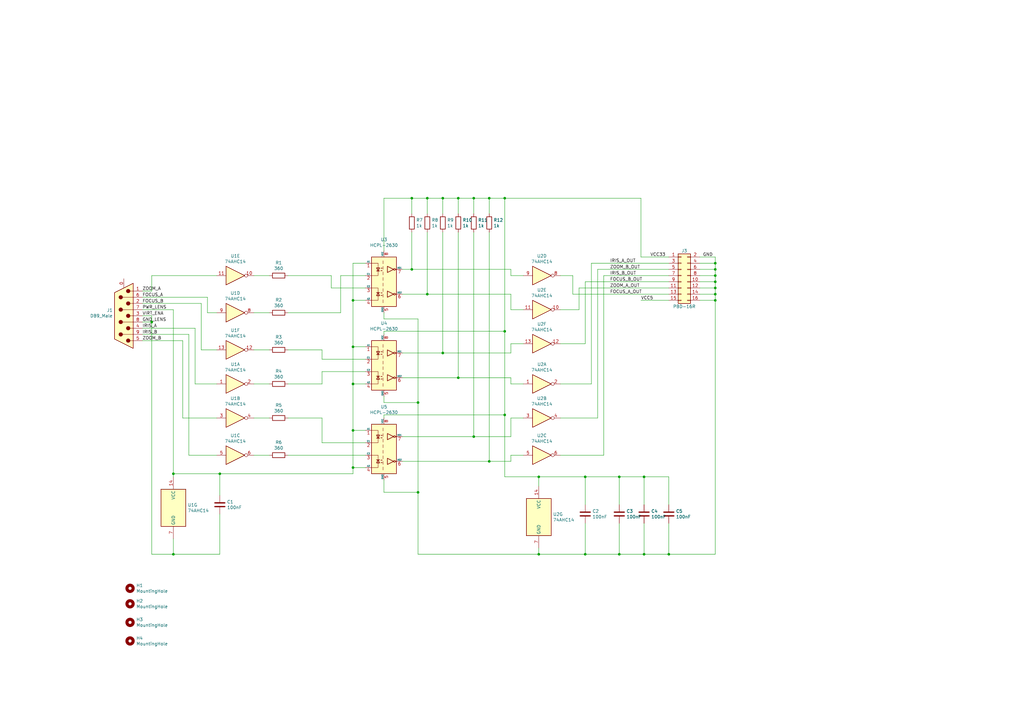
<source format=kicad_sch>
(kicad_sch (version 20211123) (generator eeschema)
  (paper "A3")
  (title_block (title "EZ-USB development board opto isolated motherboard"))
  (lib_symbols
    (symbol "74xx:74AHC04"
      (property "Reference" "U" (at 0 1.27 0))
      (property "Value" "74AHC04" (at 0 -1.27 0))
      (symbol "74AHC04_1_0"
        (polyline (pts (xy -3.81 3.81) (xy -3.81 -3.81) (xy 3.81 0) (xy -3.81 3.81)) (stroke (width 0.254)) (fill (type background)))
        (pin input line (at -7.62 0 0) (length 3.81) (name "~") (number "1"))
        (pin output inverted (at 7.62 0 180) (length 3.81) (name "~") (number "2"))
      )
      (symbol "74AHC04_2_0"
        (polyline (pts (xy -3.81 3.81) (xy -3.81 -3.81) (xy 3.81 0) (xy -3.81 3.81)) (stroke (width 0.254)) (fill (type background)))
        (pin input line (at -7.62 0 0) (length 3.81) (name "~") (number "3"))
        (pin output inverted (at 7.62 0 180) (length 3.81) (name "~") (number "4"))
      )
      (symbol "74AHC04_3_0"
        (polyline (pts (xy -3.81 3.81) (xy -3.81 -3.81) (xy 3.81 0) (xy -3.81 3.81)) (stroke (width 0.254)) (fill (type background)))
        (pin input line (at -7.62 0 0) (length 3.81) (name "~") (number "5"))
        (pin output inverted (at 7.62 0 180) (length 3.81) (name "~") (number "6"))
      )
      (symbol "74AHC04_4_0"
        (polyline (pts (xy -3.81 3.81) (xy -3.81 -3.81) (xy 3.81 0) (xy -3.81 3.81)) (stroke (width 0.254)) (fill (type background)))
        (pin output inverted (at 7.62 0 180) (length 3.81) (name "~") (number "8"))
        (pin input line (at -7.62 0 0) (length 3.81) (name "~") (number "9"))
      )
      (symbol "74AHC04_5_0"
        (polyline (pts (xy -3.81 3.81) (xy -3.81 -3.81) (xy 3.81 0) (xy -3.81 3.81)) (stroke (width 0.254)) (fill (type background)))
        (pin output inverted (at 7.62 0 180) (length 3.81) (name "~") (number "10"))
        (pin input line (at -7.62 0 0) (length 3.81) (name "~") (number "11"))
      )
      (symbol "74AHC04_6_0"
        (polyline (pts (xy -3.81 3.81) (xy -3.81 -3.81) (xy 3.81 0) (xy -3.81 3.81)) (stroke (width 0.254)) (fill (type background)))
        (pin output inverted (at 7.62 0 180) (length 3.81) (name "~") (number "12"))
        (pin input line (at -7.62 0 0) (length 3.81) (name "~") (number "13"))
      )
      (symbol "74AHC04_7_0"
        (pin power_in line (at 0 12.7 270) (length 5.08) (name "VCC") (number "14"))
        (pin power_in line (at 0 -12.7 90) (length 5.08) (name "GND") (number "7"))
      )
      (symbol "74AHC04_7_1"
        (rectangle (start -5.08 7.62) (end 5.08 -7.62) (stroke (width 0.254)) (fill (type background)))
      )
    )
    (symbol "Connector:DB9_Male_MountingHoles" (pin_names (offset 1.016) hide)
      (property "Reference" "J" (at 0 16.51 0))
      (property "Value" "DB9_Male_MountingHoles" (at 0 14.605 0))
      (symbol "DB9_Male_MountingHoles_0_1"
        (circle (center -1.778 -10.16) (radius 0.762) (fill (type outline)))
        (circle (center -1.778 -5.08) (radius 0.762) (fill (type outline)))
        (circle (center -1.778 0) (radius 0.762) (fill (type outline)))
        (circle (center -1.778 5.08) (radius 0.762) (fill (type outline)))
        (circle (center -1.778 10.16) (radius 0.762) (fill (type outline)))
        (polyline (pts (xy -3.81 -10.16) (xy -2.54 -10.16)))
        (polyline (pts (xy -3.81 -7.62) (xy 0.508 -7.62)))
        (polyline (pts (xy -3.81 -5.08) (xy -2.54 -5.08)))
        (polyline (pts (xy -3.81 -2.54) (xy 0.508 -2.54)))
        (polyline (pts (xy -3.81 0) (xy -2.54 0)))
        (polyline (pts (xy -3.81 2.54) (xy 0.508 2.54)))
        (polyline (pts (xy -3.81 5.08) (xy -2.54 5.08)))
        (polyline (pts (xy -3.81 7.62) (xy 0.508 7.62)))
        (polyline (pts (xy -3.81 10.16) (xy -2.54 10.16)))
        (polyline (pts (xy -3.81 -13.335) (xy -3.81 13.335) (xy 3.81 9.525) (xy 3.81 -9.525) (xy -3.81 -13.335)) (stroke (width 0.254)) (fill (type background)))
        (circle (center 1.27 -7.62) (radius 0.762) (fill (type outline)))
        (circle (center 1.27 -2.54) (radius 0.762) (fill (type outline)))
        (circle (center 1.27 2.54) (radius 0.762) (fill (type outline)))
        (circle (center 1.27 7.62) (radius 0.762) (fill (type outline)))
      )
      (symbol "DB9_Male_MountingHoles_1_1"
        (pin passive line (at 0 -15.24 90) (length 3.81) (name "PAD") (number "0"))
        (pin passive line (at -7.62 -10.16 0) (length 3.81) (name "1") (number "1"))
        (pin passive line (at -7.62 -5.08 0) (length 3.81) (name "2") (number "2"))
        (pin passive line (at -7.62 0 0) (length 3.81) (name "3") (number "3"))
        (pin passive line (at -7.62 5.08 0) (length 3.81) (name "4") (number "4"))
        (pin passive line (at -7.62 10.16 0) (length 3.81) (name "5") (number "5"))
        (pin passive line (at -7.62 -7.62 0) (length 3.81) (name "6") (number "6"))
        (pin passive line (at -7.62 -2.54 0) (length 3.81) (name "7") (number "7"))
        (pin passive line (at -7.62 2.54 0) (length 3.81) (name "8") (number "8"))
        (pin passive line (at -7.62 7.62 0) (length 3.81) (name "9") (number "9"))
      )
    )
    (symbol "Connector_Generic:Conn_02x08_Odd_Even" (pin_names (offset 1.016) hide)
      (property "Reference" "J" (at 1.27 10.16 0))
      (property "Value" "Conn_02x08_Odd_Even" (at 1.27 -12.7 0))
      (symbol "Conn_02x08_Odd_Even_1_1"
        (rectangle (start -1.27 -10.033) (end 0 -10.287) (stroke (width 0.1524)))
        (rectangle (start -1.27 -7.493) (end 0 -7.747) (stroke (width 0.1524)))
        (rectangle (start -1.27 -4.953) (end 0 -5.207) (stroke (width 0.1524)))
        (rectangle (start -1.27 -2.413) (end 0 -2.667) (stroke (width 0.1524)))
        (rectangle (start -1.27 0.127) (end 0 -0.127) (stroke (width 0.1524)))
        (rectangle (start -1.27 2.667) (end 0 2.413) (stroke (width 0.1524)))
        (rectangle (start -1.27 5.207) (end 0 4.953) (stroke (width 0.1524)))
        (rectangle (start -1.27 7.747) (end 0 7.493) (stroke (width 0.1524)))
        (rectangle (start -1.27 8.89) (end 3.81 -11.43) (stroke (width 0.254)) (fill (type background)))
        (rectangle (start 3.81 -10.033) (end 2.54 -10.287) (stroke (width 0.1524)))
        (rectangle (start 3.81 -7.493) (end 2.54 -7.747) (stroke (width 0.1524)))
        (rectangle (start 3.81 -4.953) (end 2.54 -5.207) (stroke (width 0.1524)))
        (rectangle (start 3.81 -2.413) (end 2.54 -2.667) (stroke (width 0.1524)))
        (rectangle (start 3.81 0.127) (end 2.54 -0.127) (stroke (width 0.1524)))
        (rectangle (start 3.81 2.667) (end 2.54 2.413) (stroke (width 0.1524)))
        (rectangle (start 3.81 5.207) (end 2.54 4.953) (stroke (width 0.1524)))
        (rectangle (start 3.81 7.747) (end 2.54 7.493) (stroke (width 0.1524)))
        (pin passive line (at -5.08 7.62 0) (length 3.81) (name "Pin_1") (number "1"))
        (pin passive line (at 7.62 -2.54 180) (length 3.81) (name "Pin_10") (number "10"))
        (pin passive line (at -5.08 -5.08 0) (length 3.81) (name "Pin_11") (number "11"))
        (pin passive line (at 7.62 -5.08 180) (length 3.81) (name "Pin_12") (number "12"))
        (pin passive line (at -5.08 -7.62 0) (length 3.81) (name "Pin_13") (number "13"))
        (pin passive line (at 7.62 -7.62 180) (length 3.81) (name "Pin_14") (number "14"))
        (pin passive line (at -5.08 -10.16 0) (length 3.81) (name "Pin_15") (number "15"))
        (pin passive line (at 7.62 -10.16 180) (length 3.81) (name "Pin_16") (number "16"))
        (pin passive line (at 7.62 7.62 180) (length 3.81) (name "Pin_2") (number "2"))
        (pin passive line (at -5.08 5.08 0) (length 3.81) (name "Pin_3") (number "3"))
        (pin passive line (at 7.62 5.08 180) (length 3.81) (name "Pin_4") (number "4"))
        (pin passive line (at -5.08 2.54 0) (length 3.81) (name "Pin_5") (number "5"))
        (pin passive line (at 7.62 2.54 180) (length 3.81) (name "Pin_6") (number "6"))
        (pin passive line (at -5.08 0 0) (length 3.81) (name "Pin_7") (number "7"))
        (pin passive line (at 7.62 0 180) (length 3.81) (name "Pin_8") (number "8"))
        (pin passive line (at -5.08 -2.54 0) (length 3.81) (name "Pin_9") (number "9"))
      )
    )
    (symbol "Device:C" (pin_numbers hide) (pin_names (offset 0.254))
      (property "Reference" "C" (at 0.635 2.54 0))
      (property "Value" "C" (at 0.635 -2.54 0))
      (symbol "C_0_1"
        (polyline (pts (xy -2.032 -0.762) (xy 2.032 -0.762)) (stroke (width 0.508)))
        (polyline (pts (xy -2.032 0.762) (xy 2.032 0.762)) (stroke (width 0.508)))
      )
      (symbol "C_1_1"
        (pin passive line (at 0 3.81 270) (length 2.794) (name "~") (number "1"))
        (pin passive line (at 0 -3.81 90) (length 2.794) (name "~") (number "2"))
      )
    )
    (symbol "Device:R" (pin_numbers hide) (pin_names (offset 0))
      (property "Reference" "R" (at 2.032 0 90))
      (property "Value" "R" (at 0 0 90))
      (symbol "R_0_1"
        (rectangle (start -1.016 -2.54) (end 1.016 2.54) (stroke (width 0.254)))
      )
      (symbol "R_1_1"
        (pin passive line (at 0 3.81 270) (length 1.27) (name "~") (number "1"))
        (pin passive line (at 0 -3.81 90) (length 1.27) (name "~") (number "2"))
      )
    )
    (symbol "Isolator:HCPL-2630" (pin_names (offset 0))
      (property "Reference" "U" (at -4.064 11.43 0))
      (property "Value" "HCPL-2630" (at 7.62 11.43 0))
      (symbol "HCPL-2630_1_1"
        (rectangle (start -5.08 10.16) (end 5.08 -10.16) (stroke (width 0.254)) (fill (type background)))
        (polyline (pts (xy -3.048 -4.445) (xy -1.778 -4.445)) (stroke (width 0.254)))
        (polyline (pts (xy -3.048 4.445) (xy -1.778 4.445)) (stroke (width 0.254)))
        (polyline (pts (xy -0.381 -7.366) (xy -0.381 -8.636)))
        (polyline (pts (xy -0.381 -5.08) (xy -0.381 -6.35)))
        (polyline (pts (xy -0.381 -2.794) (xy -0.381 -4.064)))
        (polyline (pts (xy -0.381 -0.508) (xy -0.381 -1.778)))
        (polyline (pts (xy -0.381 1.778) (xy -0.381 0.508)))
        (polyline (pts (xy -0.381 4.064) (xy -0.381 2.794)))
        (polyline (pts (xy -0.381 6.35) (xy -0.381 5.08)))
        (polyline (pts (xy -0.381 8.636) (xy -0.381 7.366)))
        (polyline (pts (xy 4.699 -5.08) (xy 5.207 -5.08)) (stroke (width 0.254)))
        (polyline (pts (xy 4.699 5.08) (xy 5.334 5.08)) (stroke (width 0.254)))
        (polyline (pts (xy -4.953 -7.62) (xy -2.413 -7.62) (xy -2.413 -5.715)))
        (polyline (pts (xy -4.953 7.62) (xy -2.413 7.62) (xy -2.413 4.318)))
        (polyline (pts (xy -2.413 -5.842) (xy -2.413 -2.54) (xy -4.953 -2.54)))
        (polyline (pts (xy -2.413 4.445) (xy -2.413 2.54) (xy -4.953 2.54)))
        (polyline (pts (xy -2.413 -4.445) (xy -3.048 -5.715) (xy -1.778 -5.715) (xy -2.413 -4.445)) (stroke (width 0.254)))
        (polyline (pts (xy -2.413 4.445) (xy -3.048 5.715) (xy -1.778 5.715) (xy -2.413 4.445)) (stroke (width 0.254)))
        (polyline (pts (xy 3.937 -5.08) (xy 1.397 -3.81) (xy 1.397 -6.35) (xy 3.937 -5.08)) (stroke (width 0.254)))
        (polyline (pts (xy 3.937 5.08) (xy 1.397 6.35) (xy 1.397 3.81) (xy 3.937 5.08)) (stroke (width 0.254)))
        (polyline (pts (xy -1.397 -5.588) (xy -0.635 -5.588) (xy -1.016 -5.715) (xy -1.016 -5.461) (xy -0.635 -5.588)) (stroke (width 0.127)))
        (polyline (pts (xy -1.397 -4.572) (xy -0.635 -4.572) (xy -1.016 -4.699) (xy -1.016 -4.445) (xy -0.635 -4.572)) (stroke (width 0.127)))
        (polyline (pts (xy -1.397 4.572) (xy -0.635 4.572) (xy -1.016 4.445) (xy -1.016 4.699) (xy -0.635 4.572)) (stroke (width 0.127)))
        (polyline (pts (xy -1.397 5.588) (xy -0.635 5.588) (xy -1.016 5.461) (xy -1.016 5.715) (xy -0.635 5.588)) (stroke (width 0.127)))
        (circle (center 4.318 -5.08) (radius 0.3556) (stroke (width 0.254)))
        (circle (center 4.318 5.08) (radius 0.3556) (stroke (width 0.254)))
        (pin passive line (at -7.62 7.62 0) (length 2.54) (name "A1") (number "1"))
        (pin passive line (at -7.62 2.54 0) (length 2.54) (name "C1") (number "2"))
        (pin passive line (at -7.62 -2.54 0) (length 2.54) (name "C2") (number "3"))
        (pin passive line (at -7.62 -7.62 0) (length 2.54) (name "A2") (number "4"))
        (pin power_in line (at 0 -12.7 90) (length 2.54) (name "GND") (number "5"))
        (pin open_collector line (at 7.62 -5.08 180) (length 2.54) (name "VO2") (number "6"))
        (pin open_collector line (at 7.62 5.08 180) (length 2.54) (name "VO1") (number "7"))
        (pin power_in line (at 0 12.7 270) (length 2.54) (name "VCC") (number "8"))
      )
    )
    (symbol "Mechanical:MountingHole" (pin_names (offset 1.016))
      (property "Reference" "H" (at 0 5.08 0))
      (property "Value" "MountingHole" (at 0 3.175 0))
      (symbol "MountingHole_0_1"
        (circle (center 0 0) (radius 1.27) (stroke (width 1.27)))
      )
    )
  )
  (junction (at 194.31 179.07))
  (junction (at 200.66 81.28))
  (junction (at 144.78 142.24))
  (junction (at 254 195.58))
  (junction (at 187.96 154.94))
  (junction (at 293.37 107.95))
  (junction (at 264.16 227.33))
  (junction (at 171.45 201.93))
  (junction (at 240.03 195.58))
  (junction (at 181.61 144.78))
  (junction (at 144.78 123.19))
  (junction (at 71.12 194.31))
  (junction (at 144.78 157.48))
  (junction (at 175.26 120.65))
  (junction (at 293.37 118.11))
  (junction (at 194.31 81.28))
  (junction (at 293.37 115.57))
  (junction (at 293.37 110.49))
  (junction (at 168.91 81.28))
  (junction (at 293.37 123.19))
  (junction (at 181.61 81.28))
  (junction (at 207.01 81.28))
  (junction (at 220.98 195.58))
  (junction (at 200.66 189.23))
  (junction (at 207.01 170.18))
  (junction (at 175.26 81.28))
  (junction (at 264.16 195.58))
  (junction (at 274.32 227.33))
  (junction (at 293.37 113.03))
  (junction (at 254 227.33))
  (junction (at 171.45 165.1))
  (junction (at 187.96 81.28))
  (junction (at 240.03 227.33))
  (junction (at 62.23 132.08))
  (junction (at 168.91 110.49))
  (junction (at 90.17 194.31))
  (junction (at 71.12 227.33))
  (junction (at 144.78 191.77))
  (junction (at 207.01 135.89))
  (junction (at 293.37 120.65))
  (junction (at 220.98 227.33))
  (junction (at 144.78 176.53))
  (wire (pts (xy 220.98 195.58) (xy 207.01 195.58)))
  (wire (pts (xy 287.02 105.41) (xy 293.37 105.41)))
  (wire (pts (xy 245.11 110.49) (xy 245.11 171.45)))
  (wire (pts (xy 144.78 142.24) (xy 144.78 157.48)))
  (wire (pts (xy 200.66 95.25) (xy 200.66 189.23)))
  (wire (pts (xy 139.7 113.03) (xy 149.86 113.03)))
  (wire (pts (xy 240.03 227.33) (xy 254 227.33)))
  (wire (pts (xy 293.37 123.19) (xy 293.37 227.33)))
  (wire (pts (xy 157.48 165.1) (xy 171.45 165.1)))
  (wire (pts (xy 209.55 189.23) (xy 209.55 186.69)))
  (wire (pts (xy 287.02 115.57) (xy 293.37 115.57)))
  (wire (pts (xy 118.11 113.03) (xy 135.89 113.03)))
  (wire (pts (xy 90.17 194.31) (xy 90.17 203.2)))
  (wire (pts (xy 254 214.63) (xy 254 227.33)))
  (wire (pts (xy 80.01 134.62) (xy 80.01 157.48)))
  (wire (pts (xy 90.17 210.82) (xy 90.17 227.33)))
  (wire (pts (xy 104.14 171.45) (xy 110.49 171.45)))
  (wire (pts (xy 77.47 186.69) (xy 88.9 186.69)))
  (wire (pts (xy 104.14 186.69) (xy 110.49 186.69)))
  (wire (pts (xy 82.55 143.51) (xy 88.9 143.51)))
  (wire (pts (xy 247.65 113.03) (xy 274.32 113.03)))
  (wire (pts (xy 58.42 127) (xy 71.12 127)))
  (wire (pts (xy 71.12 194.31) (xy 90.17 194.31)))
  (wire (pts (xy 157.48 170.18) (xy 207.01 170.18)))
  (wire (pts (xy 254 195.58) (xy 254 207.01)))
  (wire (pts (xy 209.55 120.65) (xy 209.55 127)))
  (wire (pts (xy 157.48 130.81) (xy 171.45 130.81)))
  (wire (pts (xy 144.78 107.95) (xy 144.78 123.19)))
  (wire (pts (xy 181.61 87.63) (xy 181.61 81.28)))
  (wire (pts (xy 194.31 87.63) (xy 194.31 81.28)))
  (wire (pts (xy 62.23 119.38) (xy 62.23 113.03)))
  (wire (pts (xy 168.91 81.28) (xy 168.91 87.63)))
  (wire (pts (xy 209.55 140.97) (xy 214.63 140.97)))
  (wire (pts (xy 207.01 81.28) (xy 207.01 135.89)))
  (wire (pts (xy 209.55 120.65) (xy 175.26 120.65)))
  (wire (pts (xy 234.95 113.03) (xy 234.95 120.65)))
  (wire (pts (xy 165.1 179.07) (xy 194.31 179.07)))
  (wire (pts (xy 187.96 81.28) (xy 194.31 81.28)))
  (wire (pts (xy 187.96 95.25) (xy 187.96 154.94)))
  (wire (pts (xy 262.89 81.28) (xy 262.89 105.41)))
  (wire (pts (xy 144.78 176.53) (xy 144.78 191.77)))
  (wire (pts (xy 165.1 189.23) (xy 200.66 189.23)))
  (wire (pts (xy 229.87 127) (xy 237.49 127)))
  (wire (pts (xy 58.42 119.38) (xy 62.23 119.38)))
  (wire (pts (xy 62.23 113.03) (xy 88.9 113.03)))
  (wire (pts (xy 77.47 137.16) (xy 77.47 186.69)))
  (wire (pts (xy 139.7 128.27) (xy 139.7 113.03)))
  (wire (pts (xy 209.55 157.48) (xy 214.63 157.48)))
  (wire (pts (xy 58.42 129.54) (xy 62.23 129.54)))
  (wire (pts (xy 187.96 87.63) (xy 187.96 81.28)))
  (wire (pts (xy 135.89 118.11) (xy 149.86 118.11)))
  (wire (pts (xy 157.48 137.16) (xy 157.48 135.89)))
  (wire (pts (xy 58.42 124.46) (xy 82.55 124.46)))
  (wire (pts (xy 187.96 154.94) (xy 209.55 154.94)))
  (wire (pts (xy 58.42 137.16) (xy 77.47 137.16)))
  (wire (pts (xy 200.66 81.28) (xy 207.01 81.28)))
  (wire (pts (xy 132.08 143.51) (xy 132.08 147.32)))
  (wire (pts (xy 247.65 113.03) (xy 247.65 186.69)))
  (wire (pts (xy 264.16 207.01) (xy 264.16 195.58)))
  (wire (pts (xy 171.45 130.81) (xy 171.45 165.1)))
  (wire (pts (xy 200.66 189.23) (xy 209.55 189.23)))
  (wire (pts (xy 194.31 81.28) (xy 200.66 81.28)))
  (wire (pts (xy 104.14 113.03) (xy 110.49 113.03)))
  (wire (pts (xy 209.55 179.07) (xy 209.55 171.45)))
  (wire (pts (xy 262.89 123.19) (xy 274.32 123.19)))
  (wire (pts (xy 220.98 224.79) (xy 220.98 227.33)))
  (wire (pts (xy 85.09 121.92) (xy 85.09 128.27)))
  (wire (pts (xy 132.08 181.61) (xy 149.86 181.61)))
  (wire (pts (xy 181.61 81.28) (xy 187.96 81.28)))
  (wire (pts (xy 293.37 113.03) (xy 293.37 115.57)))
  (wire (pts (xy 264.16 214.63) (xy 264.16 227.33)))
  (wire (pts (xy 293.37 120.65) (xy 293.37 123.19)))
  (wire (pts (xy 220.98 195.58) (xy 240.03 195.58)))
  (wire (pts (xy 242.57 107.95) (xy 242.57 157.48)))
  (wire (pts (xy 274.32 227.33) (xy 293.37 227.33)))
  (wire (pts (xy 229.87 171.45) (xy 245.11 171.45)))
  (wire (pts (xy 171.45 165.1) (xy 171.45 201.93)))
  (wire (pts (xy 254 195.58) (xy 264.16 195.58)))
  (wire (pts (xy 229.87 157.48) (xy 242.57 157.48)))
  (wire (pts (xy 135.89 113.03) (xy 135.89 118.11)))
  (wire (pts (xy 293.37 118.11) (xy 293.37 120.65)))
  (wire (pts (xy 104.14 143.51) (xy 110.49 143.51)))
  (wire (pts (xy 229.87 113.03) (xy 234.95 113.03)))
  (wire (pts (xy 209.55 154.94) (xy 209.55 157.48)))
  (wire (pts (xy 171.45 227.33) (xy 220.98 227.33)))
  (wire (pts (xy 240.03 195.58) (xy 240.03 207.01)))
  (wire (pts (xy 200.66 81.28) (xy 200.66 87.63)))
  (wire (pts (xy 245.11 110.49) (xy 274.32 110.49)))
  (wire (pts (xy 240.03 195.58) (xy 254 195.58)))
  (wire (pts (xy 132.08 152.4) (xy 149.86 152.4)))
  (wire (pts (xy 58.42 121.92) (xy 85.09 121.92)))
  (wire (pts (xy 207.01 135.89) (xy 207.01 170.18)))
  (wire (pts (xy 240.03 115.57) (xy 274.32 115.57)))
  (wire (pts (xy 58.42 134.62) (xy 80.01 134.62)))
  (wire (pts (xy 287.02 123.19) (xy 293.37 123.19)))
  (wire (pts (xy 74.93 171.45) (xy 88.9 171.45)))
  (wire (pts (xy 209.55 127) (xy 214.63 127)))
  (wire (pts (xy 165.1 120.65) (xy 175.26 120.65)))
  (wire (pts (xy 118.11 157.48) (xy 132.08 157.48)))
  (wire (pts (xy 71.12 220.98) (xy 71.12 227.33)))
  (wire (pts (xy 144.78 157.48) (xy 144.78 176.53)))
  (wire (pts (xy 144.78 191.77) (xy 144.78 194.31)))
  (wire (pts (xy 149.86 191.77) (xy 144.78 191.77)))
  (wire (pts (xy 157.48 102.87) (xy 157.48 81.28)))
  (wire (pts (xy 234.95 120.65) (xy 274.32 120.65)))
  (wire (pts (xy 181.61 144.78) (xy 209.55 144.78)))
  (wire (pts (xy 62.23 132.08) (xy 62.23 227.33)))
  (wire (pts (xy 85.09 128.27) (xy 88.9 128.27)))
  (wire (pts (xy 165.1 154.94) (xy 187.96 154.94)))
  (wire (pts (xy 80.01 157.48) (xy 88.9 157.48)))
  (wire (pts (xy 209.55 144.78) (xy 209.55 140.97)))
  (wire (pts (xy 220.98 199.39) (xy 220.98 195.58)))
  (wire (pts (xy 157.48 162.56) (xy 157.48 165.1)))
  (wire (pts (xy 194.31 179.07) (xy 209.55 179.07)))
  (wire (pts (xy 132.08 152.4) (xy 132.08 157.48)))
  (wire (pts (xy 157.48 171.45) (xy 157.48 170.18)))
  (wire (pts (xy 207.01 170.18) (xy 207.01 195.58)))
  (wire (pts (xy 293.37 115.57) (xy 293.37 118.11)))
  (wire (pts (xy 207.01 81.28) (xy 262.89 81.28)))
  (wire (pts (xy 149.86 107.95) (xy 144.78 107.95)))
  (wire (pts (xy 237.49 118.11) (xy 274.32 118.11)))
  (wire (pts (xy 71.12 194.31) (xy 71.12 195.58)))
  (wire (pts (xy 157.48 196.85) (xy 157.48 201.93)))
  (wire (pts (xy 175.26 81.28) (xy 181.61 81.28)))
  (wire (pts (xy 82.55 124.46) (xy 82.55 143.51)))
  (wire (pts (xy 157.48 81.28) (xy 168.91 81.28)))
  (wire (pts (xy 209.55 110.49) (xy 209.55 113.03)))
  (wire (pts (xy 149.86 176.53) (xy 144.78 176.53)))
  (wire (pts (xy 209.55 113.03) (xy 214.63 113.03)))
  (wire (pts (xy 287.02 110.49) (xy 293.37 110.49)))
  (wire (pts (xy 264.16 227.33) (xy 274.32 227.33)))
  (wire (pts (xy 229.87 186.69) (xy 247.65 186.69)))
  (wire (pts (xy 209.55 186.69) (xy 214.63 186.69)))
  (wire (pts (xy 118.11 186.69) (xy 149.86 186.69)))
  (wire (pts (xy 240.03 227.33) (xy 240.03 214.63)))
  (wire (pts (xy 237.49 118.11) (xy 237.49 127)))
  (wire (pts (xy 74.93 139.7) (xy 74.93 171.45)))
  (wire (pts (xy 149.86 157.48) (xy 144.78 157.48)))
  (wire (pts (xy 104.14 128.27) (xy 110.49 128.27)))
  (wire (pts (xy 181.61 95.25) (xy 181.61 144.78)))
  (wire (pts (xy 254 227.33) (xy 264.16 227.33)))
  (wire (pts (xy 132.08 171.45) (xy 132.08 181.61)))
  (wire (pts (xy 168.91 81.28) (xy 175.26 81.28)))
  (wire (pts (xy 58.42 132.08) (xy 62.23 132.08)))
  (wire (pts (xy 71.12 227.33) (xy 90.17 227.33)))
  (wire (pts (xy 144.78 123.19) (xy 144.78 142.24)))
  (wire (pts (xy 118.11 171.45) (xy 132.08 171.45)))
  (wire (pts (xy 287.02 107.95) (xy 293.37 107.95)))
  (wire (pts (xy 175.26 95.25) (xy 175.26 120.65)))
  (wire (pts (xy 194.31 95.25) (xy 194.31 179.07)))
  (wire (pts (xy 157.48 128.27) (xy 157.48 130.81)))
  (wire (pts (xy 242.57 107.95) (xy 274.32 107.95)))
  (wire (pts (xy 168.91 95.25) (xy 168.91 110.49)))
  (wire (pts (xy 71.12 127) (xy 71.12 194.31)))
  (wire (pts (xy 168.91 110.49) (xy 209.55 110.49)))
  (wire (pts (xy 274.32 214.63) (xy 274.32 227.33)))
  (wire (pts (xy 118.11 128.27) (xy 139.7 128.27)))
  (wire (pts (xy 165.1 144.78) (xy 181.61 144.78)))
  (wire (pts (xy 165.1 110.49) (xy 168.91 110.49)))
  (wire (pts (xy 149.86 123.19) (xy 144.78 123.19)))
  (wire (pts (xy 58.42 139.7) (xy 74.93 139.7)))
  (wire (pts (xy 132.08 147.32) (xy 149.86 147.32)))
  (wire (pts (xy 157.48 135.89) (xy 207.01 135.89)))
  (wire (pts (xy 62.23 129.54) (xy 62.23 132.08)))
  (wire (pts (xy 287.02 120.65) (xy 293.37 120.65)))
  (wire (pts (xy 149.86 142.24) (xy 144.78 142.24)))
  (wire (pts (xy 157.48 201.93) (xy 171.45 201.93)))
  (wire (pts (xy 104.14 157.48) (xy 110.49 157.48)))
  (wire (pts (xy 220.98 227.33) (xy 240.03 227.33)))
  (wire (pts (xy 287.02 113.03) (xy 293.37 113.03)))
  (wire (pts (xy 264.16 195.58) (xy 274.32 195.58)))
  (wire (pts (xy 287.02 118.11) (xy 293.37 118.11)))
  (wire (pts (xy 175.26 87.63) (xy 175.26 81.28)))
  (wire (pts (xy 171.45 201.93) (xy 171.45 227.33)))
  (wire (pts (xy 240.03 115.57) (xy 240.03 140.97)))
  (wire (pts (xy 293.37 110.49) (xy 293.37 113.03)))
  (wire (pts (xy 118.11 143.51) (xy 132.08 143.51)))
  (wire (pts (xy 229.87 140.97) (xy 240.03 140.97)))
  (wire (pts (xy 274.32 195.58) (xy 274.32 207.01)))
  (wire (pts (xy 293.37 105.41) (xy 293.37 107.95)))
  (wire (pts (xy 293.37 107.95) (xy 293.37 110.49)))
  (wire (pts (xy 262.89 105.41) (xy 274.32 105.41)))
  (wire (pts (xy 209.55 171.45) (xy 214.63 171.45)))
  (wire (pts (xy 144.78 194.31) (xy 90.17 194.31)))
  (wire (pts (xy 62.23 227.33) (xy 71.12 227.33)))
  (label "PWR_LENS" (at 58.42 127 0))
  (label "ZOOM_B" (at 58.42 139.7 0))
  (label "IRIS_B_OUT" (at 250.19 113.03 0))
  (label "IRIS_A_OUT" (at 250.19 107.95 0))
  (label "IRIS_B" (at 58.42 137.16 0))
  (label "IRIS_A" (at 58.42 134.62 0))
  (label "FOCUS_B_OUT" (at 250.19 115.57 0))
  (label "ZOOM_A" (at 58.42 119.38 0))
  (label "FOCUS_A_OUT" (at 250.19 120.65 0))
  (label "ZOOM_A_OUT" (at 250.19 118.11 0))
  (label "ZOOM_B_OUT" (at 250.19 110.49 0))
  (label "GND_LENS" (at 58.42 132.08 0))
  (label "GND" (at 288.29 105.41 0))
  (label "FOCUS_A" (at 58.42 121.92 0))
  (label "VCC5" (at 262.89 123.19 0))
  (label "VCC33" (at 266.7 105.41 0))
  (label "FOCUS_B" (at 58.42 124.46 0))
  (label "VIRT_ENA" (at 58.42 129.54 0))
  (symbol (lib_id "Connector:DB9_Male_MountingHoles") (at 50.8 129.54 180) (unit 1)
    (property "Reference" "J1" (at 46.228 127.2286 0) (effects (justify left)))
    (property "Value" "DB9_Male" (at 46.228 129.54 0) (effects (justify left)))
    (property "Footprint" "Connector_Dsub:DSUB-9_Male_Horizontal_P2.77x2.84mm_EdgePinOffset7.70mm_Housed_MountingHolesOffset9.12mm" (effects hide))
    (property "Datasheet" " ~" (effects hide))
  )
  (symbol (lib_id "74xx:74AHC04") (at 96.52 113.03 0) (unit 5)
    (property "Reference" "U1" (at 96.52 104.9782 0))
    (property "Value" "74AHC14" (at 96.52 107.2896 0))
    (property "Footprint" "Package_DIP:DIP-14_W7.62mm" (effects hide))
    (property "Datasheet" "https://assets.nexperia.com/documents/data-sheet/74AHC_AHCT04.pdf" (effects hide))
  )
  (symbol (lib_id "74xx:74AHC04") (at 96.52 128.27 0) (unit 4)
    (property "Reference" "U1" (at 96.52 120.2182 0))
    (property "Value" "74AHC14" (at 96.52 122.5296 0))
    (property "Footprint" "Package_DIP:DIP-14_W7.62mm" (effects hide))
    (property "Datasheet" "https://assets.nexperia.com/documents/data-sheet/74AHC_AHCT04.pdf" (effects hide))
  )
  (symbol (lib_id "74xx:74AHC04") (at 96.52 143.51 0) (unit 6)
    (property "Reference" "U1" (at 96.52 135.4582 0))
    (property "Value" "74AHC14" (at 96.52 137.7696 0))
    (property "Footprint" "Package_DIP:DIP-14_W7.62mm" (effects hide))
    (property "Datasheet" "https://assets.nexperia.com/documents/data-sheet/74AHC_AHCT04.pdf" (effects hide))
  )
  (symbol (lib_id "74xx:74AHC04") (at 96.52 157.48 0) (unit 1)
    (property "Reference" "U1" (at 96.52 149.4282 0))
    (property "Value" "74AHC14" (at 96.52 151.7396 0))
    (property "Footprint" "Package_DIP:DIP-14_W7.62mm" (effects hide))
    (property "Datasheet" "https://assets.nexperia.com/documents/data-sheet/74AHC_AHCT04.pdf" (effects hide))
  )
  (symbol (lib_id "74xx:74AHC04") (at 96.52 171.45 0) (unit 2)
    (property "Reference" "U1" (at 96.52 163.3982 0))
    (property "Value" "74AHC14" (at 96.52 165.7096 0))
    (property "Footprint" "Package_DIP:DIP-14_W7.62mm" (effects hide))
    (property "Datasheet" "https://assets.nexperia.com/documents/data-sheet/74AHC_AHCT04.pdf" (effects hide))
  )
  (symbol (lib_id "74xx:74AHC04") (at 96.52 186.69 0) (unit 3)
    (property "Reference" "U1" (at 96.52 178.6382 0))
    (property "Value" "74AHC14" (at 96.52 180.9496 0))
    (property "Footprint" "Package_DIP:DIP-14_W7.62mm" (effects hide))
    (property "Datasheet" "https://assets.nexperia.com/documents/data-sheet/74AHC_AHCT04.pdf" (effects hide))
  )
  (symbol (lib_id "74xx:74AHC04") (at 71.12 208.28 0) (unit 7)
    (property "Reference" "U1" (at 76.962 207.1116 0) (effects (justify left)))
    (property "Value" "74AHC14" (at 76.962 209.423 0) (effects (justify left)))
    (property "Footprint" "Package_DIP:DIP-14_W7.62mm" (effects hide))
    (property "Datasheet" "https://assets.nexperia.com/documents/data-sheet/74AHC_AHCT04.pdf" (effects hide))
  )
  (symbol (lib_id "Device:C") (at 90.17 207.01 0) (unit 1)
    (property "Reference" "C1" (at 93.091 205.8416 0) (effects (justify left)))
    (property "Value" "100nF" (at 93.091 208.153 0) (effects (justify left)))
    (property "Footprint" "Capacitor_THT:C_Rect_L7.0mm_W2.0mm_P5.00mm" (effects hide))
  )
  (symbol (lib_id "Isolator:HCPL-2630") (at 157.48 115.57 0) (unit 1)
    (property "Reference" "U3" (at 157.48 98.2726 0))
    (property "Value" "HCPL-2630" (at 157.48 100.584 0))
    (property "Footprint" "Package_DIP:DIP-8_W7.62mm" (effects hide))
    (property "Datasheet" "https://docs.broadcom.com/docs/AV02-0940EN" (effects hide))
  )
  (symbol (lib_id "Isolator:HCPL-2630") (at 157.48 149.86 0) (unit 1)
    (property "Reference" "U4" (at 157.48 132.5626 0))
    (property "Value" "HCPL-2630" (at 157.48 134.874 0))
    (property "Footprint" "Package_DIP:DIP-8_W7.62mm" (effects hide))
    (property "Datasheet" "https://docs.broadcom.com/docs/AV02-0940EN" (effects hide))
  )
  (symbol (lib_id "Isolator:HCPL-2630") (at 157.48 184.15 0) (unit 1)
    (property "Reference" "U5" (at 157.48 166.8526 0))
    (property "Value" "HCPL-2630" (at 157.48 169.164 0))
    (property "Footprint" "Package_DIP:DIP-8_W7.62mm" (effects hide))
    (property "Datasheet" "https://docs.broadcom.com/docs/AV02-0940EN" (effects hide))
  )
  (symbol (lib_id "Device:R") (at 114.3 113.03 270) (unit 1)
    (property "Reference" "R1" (at 114.3 107.7722 90))
    (property "Value" "360" (at 114.3 110.0836 90))
    (property "Footprint" "Resistor_THT:R_Axial_DIN0309_L9.0mm_D3.2mm_P12.70mm_Horizontal" (effects hide))
  )
  (symbol (lib_id "Device:R") (at 114.3 128.27 270) (unit 1)
    (property "Reference" "R2" (at 114.3 123.0122 90))
    (property "Value" "360" (at 114.3 125.3236 90))
    (property "Footprint" "Resistor_THT:R_Axial_DIN0309_L9.0mm_D3.2mm_P12.70mm_Horizontal" (effects hide))
  )
  (symbol (lib_id "Device:R") (at 114.3 143.51 270) (unit 1)
    (property "Reference" "R3" (at 114.3 138.2522 90))
    (property "Value" "360" (at 114.3 140.5636 90))
    (property "Footprint" "Resistor_THT:R_Axial_DIN0309_L9.0mm_D3.2mm_P12.70mm_Horizontal" (effects hide))
  )
  (symbol (lib_id "Device:R") (at 114.3 157.48 270) (unit 1)
    (property "Reference" "R4" (at 114.3 152.2222 90))
    (property "Value" "360" (at 114.3 154.5336 90))
    (property "Footprint" "Resistor_THT:R_Axial_DIN0309_L9.0mm_D3.2mm_P12.70mm_Horizontal" (effects hide))
  )
  (symbol (lib_id "Device:R") (at 114.3 171.45 270) (unit 1)
    (property "Reference" "R5" (at 114.3 166.1922 90))
    (property "Value" "360" (at 114.3 168.5036 90))
    (property "Footprint" "Resistor_THT:R_Axial_DIN0309_L9.0mm_D3.2mm_P12.70mm_Horizontal" (effects hide))
  )
  (symbol (lib_id "Device:R") (at 114.3 186.69 270) (unit 1)
    (property "Reference" "R6" (at 114.3 181.4322 90))
    (property "Value" "360" (at 114.3 183.7436 90))
    (property "Footprint" "Resistor_THT:R_Axial_DIN0309_L9.0mm_D3.2mm_P12.70mm_Horizontal" (effects hide))
  )
  (symbol (lib_id "74xx:74AHC04") (at 222.25 113.03 0) (unit 4)
    (property "Reference" "U2" (at 222.25 104.9782 0))
    (property "Value" "74AHC14" (at 222.25 107.2896 0))
    (property "Footprint" "Package_DIP:DIP-14_W7.62mm" (effects hide))
    (property "Datasheet" "https://assets.nexperia.com/documents/data-sheet/74AHC_AHCT04.pdf" (effects hide))
  )
  (symbol (lib_id "74xx:74AHC04") (at 222.25 127 0) (unit 5)
    (property "Reference" "U2" (at 222.25 118.9482 0))
    (property "Value" "74AHC14" (at 222.25 121.2596 0))
    (property "Footprint" "Package_DIP:DIP-14_W7.62mm" (effects hide))
    (property "Datasheet" "https://assets.nexperia.com/documents/data-sheet/74AHC_AHCT04.pdf" (effects hide))
  )
  (symbol (lib_id "74xx:74AHC04") (at 222.25 140.97 0) (unit 6)
    (property "Reference" "U2" (at 222.25 132.9182 0))
    (property "Value" "74AHC14" (at 222.25 135.2296 0))
    (property "Footprint" "Package_DIP:DIP-14_W7.62mm" (effects hide))
    (property "Datasheet" "https://assets.nexperia.com/documents/data-sheet/74AHC_AHCT04.pdf" (effects hide))
  )
  (symbol (lib_id "74xx:74AHC04") (at 222.25 157.48 0) (unit 1)
    (property "Reference" "U2" (at 222.25 149.4282 0))
    (property "Value" "74AHC14" (at 222.25 151.7396 0))
    (property "Footprint" "Package_DIP:DIP-14_W7.62mm" (effects hide))
    (property "Datasheet" "https://assets.nexperia.com/documents/data-sheet/74AHC_AHCT04.pdf" (effects hide))
  )
  (symbol (lib_id "74xx:74AHC04") (at 222.25 171.45 0) (unit 2)
    (property "Reference" "U2" (at 222.25 163.3982 0))
    (property "Value" "74AHC14" (at 222.25 165.7096 0))
    (property "Footprint" "Package_DIP:DIP-14_W7.62mm" (effects hide))
    (property "Datasheet" "https://assets.nexperia.com/documents/data-sheet/74AHC_AHCT04.pdf" (effects hide))
  )
  (symbol (lib_id "74xx:74AHC04") (at 222.25 186.69 0) (unit 3)
    (property "Reference" "U2" (at 222.25 178.6382 0))
    (property "Value" "74AHC14" (at 222.25 180.9496 0))
    (property "Footprint" "Package_DIP:DIP-14_W7.62mm" (effects hide))
    (property "Datasheet" "https://assets.nexperia.com/documents/data-sheet/74AHC_AHCT04.pdf" (effects hide))
  )
  (symbol (lib_id "Device:R") (at 168.91 91.44 0) (unit 1)
    (property "Reference" "R7" (at 170.688 90.2716 0) (effects (justify left)))
    (property "Value" "1k" (at 170.688 92.583 0) (effects (justify left)))
    (property "Footprint" "Resistor_THT:R_Axial_DIN0309_L9.0mm_D3.2mm_P12.70mm_Horizontal" (effects hide))
  )
  (symbol (lib_id "Device:R") (at 175.26 91.44 0) (unit 1)
    (property "Reference" "R8" (at 177.038 90.2716 0) (effects (justify left)))
    (property "Value" "1k" (at 177.038 92.583 0) (effects (justify left)))
    (property "Footprint" "Resistor_THT:R_Axial_DIN0309_L9.0mm_D3.2mm_P12.70mm_Horizontal" (effects hide))
  )
  (symbol (lib_id "Device:R") (at 181.61 91.44 0) (unit 1)
    (property "Reference" "R9" (at 183.388 90.2716 0) (effects (justify left)))
    (property "Value" "1k" (at 183.388 92.583 0) (effects (justify left)))
    (property "Footprint" "Resistor_THT:R_Axial_DIN0309_L9.0mm_D3.2mm_P12.70mm_Horizontal" (effects hide))
  )
  (symbol (lib_id "Device:R") (at 187.96 91.44 0) (unit 1)
    (property "Reference" "R10" (at 189.738 90.2716 0) (effects (justify left)))
    (property "Value" "1k" (at 189.738 92.583 0) (effects (justify left)))
    (property "Footprint" "Resistor_THT:R_Axial_DIN0309_L9.0mm_D3.2mm_P12.70mm_Horizontal" (effects hide))
  )
  (symbol (lib_id "Device:R") (at 194.31 91.44 0) (unit 1)
    (property "Reference" "R11" (at 196.088 90.2716 0) (effects (justify left)))
    (property "Value" "1k" (at 196.088 92.583 0) (effects (justify left)))
    (property "Footprint" "Resistor_THT:R_Axial_DIN0309_L9.0mm_D3.2mm_P12.70mm_Horizontal" (effects hide))
  )
  (symbol (lib_id "Device:R") (at 200.66 91.44 0) (unit 1)
    (property "Reference" "R12" (at 202.438 90.2716 0) (effects (justify left)))
    (property "Value" "1k" (at 202.438 92.583 0) (effects (justify left)))
    (property "Footprint" "Resistor_THT:R_Axial_DIN0309_L9.0mm_D3.2mm_P12.70mm_Horizontal" (effects hide))
  )
  (symbol (lib_id "74xx:74AHC04") (at 220.98 212.09 0) (unit 7)
    (property "Reference" "U2" (at 226.822 210.9216 0) (effects (justify left)))
    (property "Value" "74AHC14" (at 226.822 213.233 0) (effects (justify left)))
    (property "Footprint" "Package_DIP:DIP-14_W7.62mm" (effects hide))
    (property "Datasheet" "https://assets.nexperia.com/documents/data-sheet/74AHC_AHCT04.pdf" (effects hide))
  )
  (symbol (lib_id "Device:C") (at 240.03 210.82 0) (unit 1)
    (property "Reference" "C2" (at 242.951 209.6516 0) (effects (justify left)))
    (property "Value" "100nF" (at 242.951 211.963 0) (effects (justify left)))
    (property "Footprint" "Capacitor_THT:C_Rect_L7.0mm_W2.0mm_P5.00mm" (effects hide))
  )
  (symbol (lib_id "Mechanical:MountingHole") (at 53.34 241.3 0) (unit 1)
    (property "Reference" "H1" (at 55.88 240.1316 0) (effects (justify left)))
    (property "Value" "MountingHole" (at 55.88 242.443 0) (effects (justify left)))
    (property "Footprint" "MountingHole:MountingHole_3.2mm_M3" (effects hide))
  )
  (symbol (lib_id "Mechanical:MountingHole") (at 53.34 247.65 0) (unit 1)
    (property "Reference" "H2" (at 55.88 246.4816 0) (effects (justify left)))
    (property "Value" "MountingHole" (at 55.88 248.793 0) (effects (justify left)))
    (property "Footprint" "MountingHole:MountingHole_3.2mm_M3" (effects hide))
  )
  (symbol (lib_id "Mechanical:MountingHole") (at 53.34 255.27 0) (unit 1)
    (property "Reference" "H3" (at 55.88 254.1016 0) (effects (justify left)))
    (property "Value" "MountingHole" (at 55.88 256.413 0) (effects (justify left)))
    (property "Footprint" "MountingHole:MountingHole_3.2mm_M3" (effects hide))
  )
  (symbol (lib_id "Mechanical:MountingHole") (at 53.34 262.89 0) (unit 1)
    (property "Reference" "H4" (at 55.88 261.7216 0) (effects (justify left)))
    (property "Value" "MountingHole" (at 55.88 264.033 0) (effects (justify left)))
    (property "Footprint" "MountingHole:MountingHole_3.2mm_M3" (effects hide))
  )
  (symbol (lib_id "Device:C") (at 264.16 210.82 0) (unit 1)
    (property "Reference" "C4" (at 267.081 209.6516 0) (effects (justify left)))
    (property "Value" "100nF" (at 267.081 211.963 0) (effects (justify left)))
    (property "Footprint" "Capacitor_THT:C_Rect_L7.0mm_W2.0mm_P5.00mm" (effects hide))
  )
  (symbol (lib_id "Device:C") (at 274.32 210.82 0) (unit 1)
    (property "Reference" "C5" (at 277.241 209.6516 0) (effects (justify left)))
    (property "Value" "100nF" (at 277.241 211.963 0) (effects (justify left)))
    (property "Footprint" "Capacitor_THT:C_Rect_L7.0mm_W2.0mm_P5.00mm" (effects hide))
  )
  (symbol (lib_id "Connector_Generic:Conn_02x08_Odd_Even") (at 279.4 113.03 0) (unit 1)
    (property "Reference" "J3" (at 280.67 102.87 0))
    (property "Value" "PBD-16R" (at 280.67 125.73 0))
    (property "Footprint" "Connector_PinSocket_2.54mm:PinSocket_2x08_P2.54mm_Horizontal" (effects hide))
  )
  (symbol (lib_id "Device:C") (at 254 210.82 0) (unit 1)
    (property "Reference" "C3" (at 256.921 209.6516 0) (effects (justify left)))
    (property "Value" "100nF" (at 256.921 211.963 0) (effects (justify left)))
    (property "Footprint" "Capacitor_THT:C_Rect_L7.0mm_W2.0mm_P5.00mm" (effects hide))
  )
)
</source>
